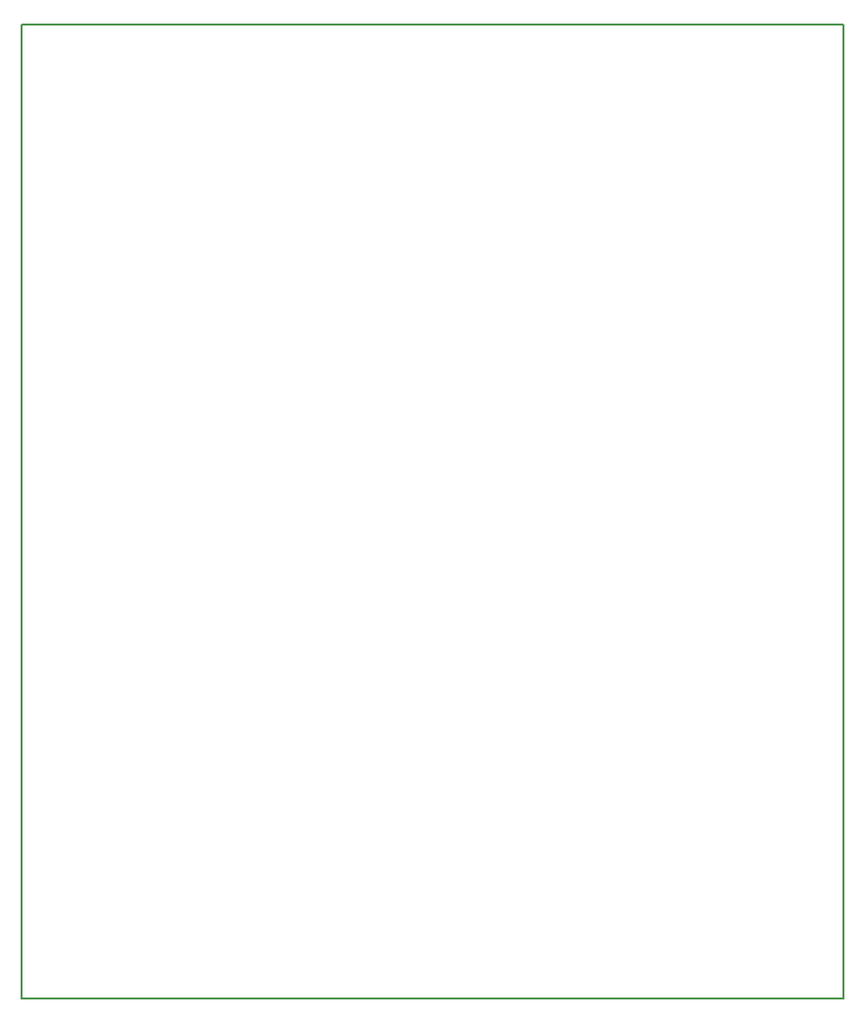
<source format=gbr>
G04 #@! TF.FileFunction,Profile,NP*
%FSLAX46Y46*%
G04 Gerber Fmt 4.6, Leading zero omitted, Abs format (unit mm)*
G04 Created by KiCad (PCBNEW 4.0.7) date 01/17/18 22:37:34*
%MOMM*%
%LPD*%
G01*
G04 APERTURE LIST*
%ADD10C,0.100000*%
%ADD11C,0.150000*%
G04 APERTURE END LIST*
D10*
D11*
X198000000Y-136000000D02*
X198000000Y-149000000D01*
X127000000Y-136000000D02*
X127000000Y-149000000D01*
X127000000Y-136000000D02*
X127000000Y-65000000D01*
X128000000Y-149000000D02*
X127000000Y-149000000D01*
X198000000Y-149000000D02*
X128000000Y-149000000D01*
X198000000Y-65000000D02*
X198000000Y-136000000D01*
X127000000Y-65000000D02*
X198000000Y-65000000D01*
M02*

</source>
